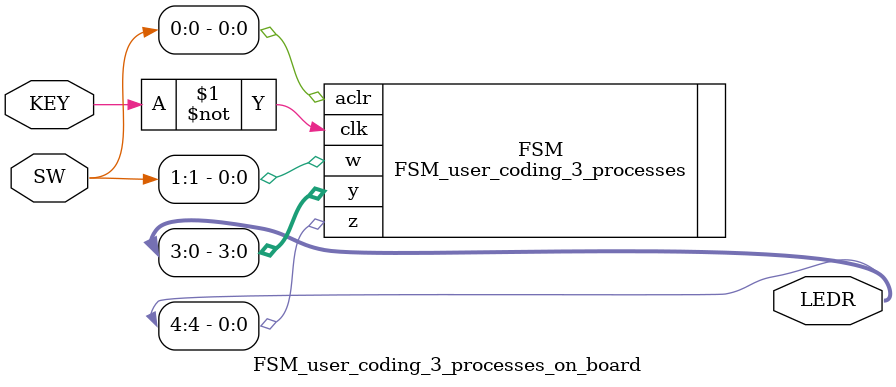
<source format=v>
module FSM_user_coding_3_processes_on_board(input [1:0] SW, 
														input [0:0] KEY, 
														output [4:0] LEDR);
						 
	FSM_user_coding_3_processes FSM(.clk(~KEY[0]), .aclr(SW[0]), .w(SW[1]),
											.z(LEDR[4]), .y(LEDR[3:0]));

endmodule

</source>
